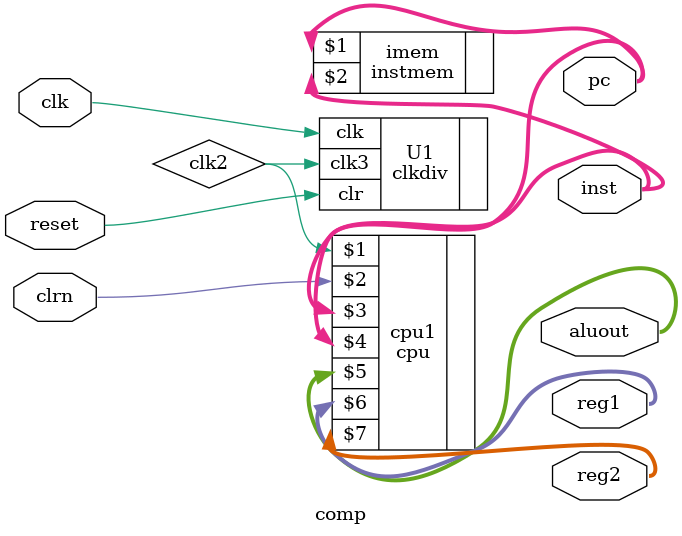
<source format=v>

module comp (clk,clrn,reset,inst,pc,aluout,reg1,reg2);   // single cycle computer
    input         clk, clrn;                      // clock and reset
	 input reset;
    output [31:0] pc;                             // program counter
    output [31:0] inst;                           // instruction
    output [31:0] aluout;                         // alu output
	 output [31:0] reg1,reg2;                                     // read ports
    
    
	 wire clk2;
	 //cpu (clk,clrn,inst,pc,alu_out);
	 cpu cpu1 (clk2,clrn,inst,pc,aluout,reg1,reg2);   // cpu
    
	 instmem imem (pc,inst);                               // inst memory
    //scdatamem dmem (clk,memout,data,aluout,wmem);           // data memory
	 
	 clkdiv U1
				( 
				.clk3(clk2),
				.clr(reset),
				.clk(clk)
				);
	 
	 
endmodule

</source>
